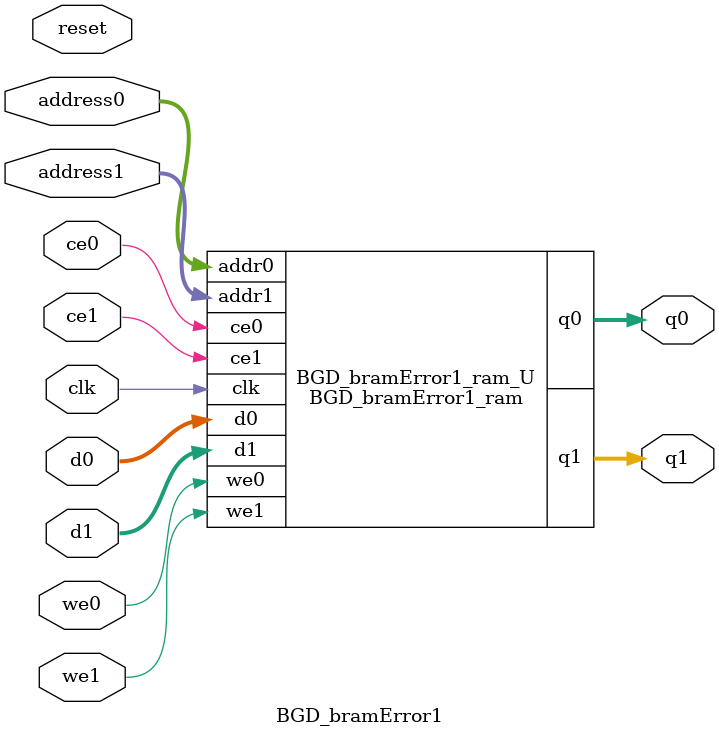
<source format=v>
`timescale 1 ns / 1 ps
module BGD_bramError1_ram (addr0, ce0, d0, we0, q0, addr1, ce1, d1, we1, q1,  clk);

parameter DWIDTH = 32;
parameter AWIDTH = 6;
parameter MEM_SIZE = 64;

input[AWIDTH-1:0] addr0;
input ce0;
input[DWIDTH-1:0] d0;
input we0;
output reg[DWIDTH-1:0] q0;
input[AWIDTH-1:0] addr1;
input ce1;
input[DWIDTH-1:0] d1;
input we1;
output reg[DWIDTH-1:0] q1;
input clk;

(* ram_style = "block" *)reg [DWIDTH-1:0] ram[0:MEM_SIZE-1];




always @(posedge clk)  
begin 
    if (ce0) begin
        if (we0) 
            ram[addr0] <= d0; 
        q0 <= ram[addr0];
    end
end


always @(posedge clk)  
begin 
    if (ce1) begin
        if (we1) 
            ram[addr1] <= d1; 
        q1 <= ram[addr1];
    end
end


endmodule

`timescale 1 ns / 1 ps
module BGD_bramError1(
    reset,
    clk,
    address0,
    ce0,
    we0,
    d0,
    q0,
    address1,
    ce1,
    we1,
    d1,
    q1);

parameter DataWidth = 32'd32;
parameter AddressRange = 32'd64;
parameter AddressWidth = 32'd6;
input reset;
input clk;
input[AddressWidth - 1:0] address0;
input ce0;
input we0;
input[DataWidth - 1:0] d0;
output[DataWidth - 1:0] q0;
input[AddressWidth - 1:0] address1;
input ce1;
input we1;
input[DataWidth - 1:0] d1;
output[DataWidth - 1:0] q1;



BGD_bramError1_ram BGD_bramError1_ram_U(
    .clk( clk ),
    .addr0( address0 ),
    .ce0( ce0 ),
    .we0( we0 ),
    .d0( d0 ),
    .q0( q0 ),
    .addr1( address1 ),
    .ce1( ce1 ),
    .we1( we1 ),
    .d1( d1 ),
    .q1( q1 ));

endmodule


</source>
